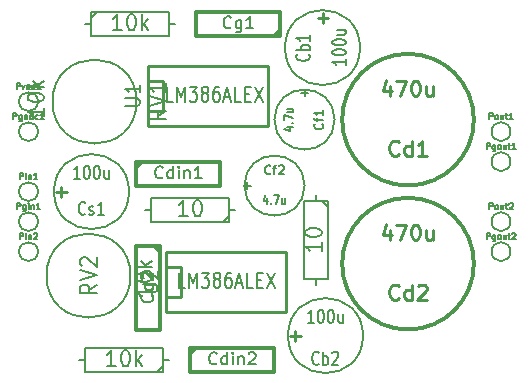
<source format=gto>
G04 (created by PCBNEW (2013-may-18)-stable) date Wed 23 Dec 2015 08:07:30 PM EST*
%MOIN*%
G04 Gerber Fmt 3.4, Leading zero omitted, Abs format*
%FSLAX34Y34*%
G01*
G70*
G90*
G04 APERTURE LIST*
%ADD10C,0.00590551*%
%ADD11C,0.008*%
%ADD12C,0.012*%
%ADD13C,0.01*%
%ADD14C,0.005*%
%ADD15C,0.01125*%
%ADD16C,0.0075*%
G04 APERTURE END LIST*
G54D10*
G54D11*
X51650Y-41537D02*
X51450Y-41537D01*
X48650Y-41537D02*
X48850Y-41537D01*
X48850Y-41537D02*
X48850Y-41937D01*
X48850Y-41937D02*
X51450Y-41937D01*
X51450Y-41937D02*
X51450Y-41137D01*
X51450Y-41137D02*
X48850Y-41137D01*
X48850Y-41137D02*
X48850Y-41537D01*
X51450Y-41737D02*
X51250Y-41937D01*
X46650Y-35337D02*
X46850Y-35337D01*
X49650Y-35337D02*
X49450Y-35337D01*
X49450Y-35337D02*
X49450Y-34937D01*
X49450Y-34937D02*
X46850Y-34937D01*
X46850Y-34937D02*
X46850Y-35737D01*
X46850Y-35737D02*
X49450Y-35737D01*
X49450Y-35737D02*
X49450Y-35337D01*
X46850Y-35137D02*
X47050Y-34937D01*
X49450Y-46537D02*
X49250Y-46537D01*
X46450Y-46537D02*
X46650Y-46537D01*
X46650Y-46537D02*
X46650Y-46937D01*
X46650Y-46937D02*
X49250Y-46937D01*
X49250Y-46937D02*
X49250Y-46137D01*
X49250Y-46137D02*
X46650Y-46137D01*
X46650Y-46137D02*
X46650Y-46537D01*
X49250Y-46737D02*
X49050Y-46937D01*
X54350Y-41037D02*
X54350Y-41237D01*
X54350Y-44037D02*
X54350Y-43837D01*
X54350Y-43837D02*
X54750Y-43837D01*
X54750Y-43837D02*
X54750Y-41237D01*
X54750Y-41237D02*
X53950Y-41237D01*
X53950Y-41237D02*
X53950Y-43837D01*
X53950Y-43837D02*
X54350Y-43837D01*
X54550Y-41237D02*
X54750Y-41437D01*
G54D12*
X49150Y-42737D02*
X49150Y-45537D01*
X49150Y-45537D02*
X48350Y-45537D01*
X48350Y-45537D02*
X48350Y-42737D01*
X48350Y-42737D02*
X49150Y-42737D01*
X48950Y-42737D02*
X49150Y-42937D01*
X53150Y-35737D02*
X50350Y-35737D01*
X50350Y-35737D02*
X50350Y-34937D01*
X50350Y-34937D02*
X53150Y-34937D01*
X53150Y-34937D02*
X53150Y-35737D01*
X53150Y-35537D02*
X52950Y-35737D01*
G54D13*
X48750Y-37237D02*
X49250Y-37237D01*
X49250Y-37237D02*
X49250Y-38237D01*
X49250Y-38237D02*
X48750Y-38237D01*
X48750Y-36737D02*
X52750Y-36737D01*
X52750Y-36737D02*
X52750Y-38737D01*
X52750Y-38737D02*
X48750Y-38737D01*
X48750Y-38737D02*
X48750Y-36737D01*
X49350Y-43437D02*
X49850Y-43437D01*
X49850Y-43437D02*
X49850Y-44437D01*
X49850Y-44437D02*
X49350Y-44437D01*
X49350Y-42937D02*
X53350Y-42937D01*
X53350Y-42937D02*
X53350Y-44937D01*
X53350Y-44937D02*
X49350Y-44937D01*
X49350Y-44937D02*
X49350Y-42937D01*
G54D12*
X59595Y-43337D02*
G75*
G03X59595Y-43337I-2195J0D01*
G74*
G01*
X59595Y-38537D02*
G75*
G03X59595Y-38537I-2195J0D01*
G74*
G01*
G54D14*
X48100Y-40937D02*
G75*
G03X48100Y-40937I-1250J0D01*
G74*
G01*
G54D11*
X48350Y-37937D02*
G75*
G03X48350Y-37937I-1400J0D01*
G74*
G01*
X48150Y-43737D02*
G75*
G03X48150Y-43737I-1400J0D01*
G74*
G01*
G54D12*
X48350Y-39937D02*
X51150Y-39937D01*
X51150Y-39937D02*
X51150Y-40737D01*
X51150Y-40737D02*
X48350Y-40737D01*
X48350Y-40737D02*
X48350Y-39937D01*
X48350Y-40137D02*
X48550Y-39937D01*
X50150Y-46137D02*
X52950Y-46137D01*
X52950Y-46137D02*
X52950Y-46937D01*
X52950Y-46937D02*
X50150Y-46937D01*
X50150Y-46937D02*
X50150Y-46137D01*
X50150Y-46337D02*
X50350Y-46137D01*
G54D14*
X53951Y-40737D02*
G75*
G03X53951Y-40737I-1001J0D01*
G74*
G01*
X54951Y-38537D02*
G75*
G03X54951Y-38537I-1001J0D01*
G74*
G01*
X55900Y-45737D02*
G75*
G03X55900Y-45737I-1250J0D01*
G74*
G01*
X55800Y-36137D02*
G75*
G03X55800Y-36137I-1250J0D01*
G74*
G01*
X60816Y-38937D02*
G75*
G03X60816Y-38937I-316J0D01*
G74*
G01*
X45066Y-40937D02*
G75*
G03X45066Y-40937I-316J0D01*
G74*
G01*
X45066Y-42937D02*
G75*
G03X45066Y-42937I-316J0D01*
G74*
G01*
X60816Y-41937D02*
G75*
G03X60816Y-41937I-316J0D01*
G74*
G01*
X60816Y-42937D02*
G75*
G03X60816Y-42937I-316J0D01*
G74*
G01*
X45066Y-37937D02*
G75*
G03X45066Y-37937I-316J0D01*
G74*
G01*
X45066Y-41937D02*
G75*
G03X45066Y-41937I-316J0D01*
G74*
G01*
X60816Y-39937D02*
G75*
G03X60816Y-39937I-316J0D01*
G74*
G01*
X45066Y-38937D02*
G75*
G03X45066Y-38937I-316J0D01*
G74*
G01*
G54D11*
X50054Y-41760D02*
X49769Y-41760D01*
X49911Y-41760D02*
X49911Y-41210D01*
X49864Y-41288D01*
X49816Y-41341D01*
X49769Y-41367D01*
X50364Y-41210D02*
X50411Y-41210D01*
X50459Y-41236D01*
X50483Y-41262D01*
X50507Y-41314D01*
X50530Y-41419D01*
X50530Y-41550D01*
X50507Y-41655D01*
X50483Y-41707D01*
X50459Y-41733D01*
X50411Y-41760D01*
X50364Y-41760D01*
X50316Y-41733D01*
X50292Y-41707D01*
X50269Y-41655D01*
X50245Y-41550D01*
X50245Y-41419D01*
X50269Y-41314D01*
X50292Y-41262D01*
X50316Y-41236D01*
X50364Y-41210D01*
X47852Y-35560D02*
X47566Y-35560D01*
X47709Y-35560D02*
X47709Y-35010D01*
X47661Y-35088D01*
X47614Y-35141D01*
X47566Y-35167D01*
X48161Y-35010D02*
X48209Y-35010D01*
X48257Y-35036D01*
X48280Y-35062D01*
X48304Y-35114D01*
X48328Y-35219D01*
X48328Y-35350D01*
X48304Y-35455D01*
X48280Y-35507D01*
X48257Y-35533D01*
X48209Y-35560D01*
X48161Y-35560D01*
X48114Y-35533D01*
X48090Y-35507D01*
X48066Y-35455D01*
X48042Y-35350D01*
X48042Y-35219D01*
X48066Y-35114D01*
X48090Y-35062D01*
X48114Y-35036D01*
X48161Y-35010D01*
X48542Y-35560D02*
X48542Y-35010D01*
X48590Y-35350D02*
X48733Y-35560D01*
X48733Y-35193D02*
X48542Y-35402D01*
X47652Y-46760D02*
X47366Y-46760D01*
X47509Y-46760D02*
X47509Y-46210D01*
X47461Y-46288D01*
X47414Y-46341D01*
X47366Y-46367D01*
X47961Y-46210D02*
X48009Y-46210D01*
X48057Y-46236D01*
X48080Y-46262D01*
X48104Y-46314D01*
X48128Y-46419D01*
X48128Y-46550D01*
X48104Y-46655D01*
X48080Y-46707D01*
X48057Y-46733D01*
X48009Y-46760D01*
X47961Y-46760D01*
X47914Y-46733D01*
X47890Y-46707D01*
X47866Y-46655D01*
X47842Y-46550D01*
X47842Y-46419D01*
X47866Y-46314D01*
X47890Y-46262D01*
X47914Y-46236D01*
X47961Y-46210D01*
X48342Y-46760D02*
X48342Y-46210D01*
X48390Y-46550D02*
X48533Y-46760D01*
X48533Y-46393D02*
X48342Y-46602D01*
X54522Y-42632D02*
X54522Y-42918D01*
X54522Y-42775D02*
X53972Y-42775D01*
X54051Y-42823D01*
X54103Y-42870D01*
X54129Y-42918D01*
X53972Y-42323D02*
X53972Y-42275D01*
X53998Y-42227D01*
X54025Y-42204D01*
X54077Y-42180D01*
X54182Y-42156D01*
X54313Y-42156D01*
X54417Y-42180D01*
X54470Y-42204D01*
X54496Y-42227D01*
X54522Y-42275D01*
X54522Y-42323D01*
X54496Y-42370D01*
X54470Y-42394D01*
X54417Y-42418D01*
X54313Y-42442D01*
X54182Y-42442D01*
X54077Y-42418D01*
X54025Y-42394D01*
X53998Y-42370D01*
X53972Y-42323D01*
X48873Y-44385D02*
X48892Y-44404D01*
X48911Y-44461D01*
X48911Y-44499D01*
X48892Y-44556D01*
X48854Y-44594D01*
X48816Y-44613D01*
X48740Y-44632D01*
X48683Y-44632D01*
X48607Y-44613D01*
X48569Y-44594D01*
X48530Y-44556D01*
X48511Y-44499D01*
X48511Y-44461D01*
X48530Y-44404D01*
X48550Y-44385D01*
X48645Y-44042D02*
X48969Y-44042D01*
X49007Y-44061D01*
X49026Y-44080D01*
X49045Y-44118D01*
X49045Y-44175D01*
X49026Y-44213D01*
X48892Y-44042D02*
X48911Y-44080D01*
X48911Y-44156D01*
X48892Y-44194D01*
X48873Y-44213D01*
X48835Y-44232D01*
X48721Y-44232D01*
X48683Y-44213D01*
X48664Y-44194D01*
X48645Y-44156D01*
X48645Y-44080D01*
X48664Y-44042D01*
X48550Y-43870D02*
X48530Y-43851D01*
X48511Y-43813D01*
X48511Y-43718D01*
X48530Y-43680D01*
X48550Y-43661D01*
X48588Y-43642D01*
X48626Y-43642D01*
X48683Y-43661D01*
X48911Y-43889D01*
X48911Y-43642D01*
X51502Y-35461D02*
X51483Y-35480D01*
X51426Y-35499D01*
X51388Y-35499D01*
X51330Y-35480D01*
X51292Y-35442D01*
X51273Y-35404D01*
X51254Y-35327D01*
X51254Y-35270D01*
X51273Y-35194D01*
X51292Y-35156D01*
X51330Y-35118D01*
X51388Y-35099D01*
X51426Y-35099D01*
X51483Y-35118D01*
X51502Y-35137D01*
X51845Y-35232D02*
X51845Y-35556D01*
X51826Y-35594D01*
X51807Y-35613D01*
X51769Y-35632D01*
X51711Y-35632D01*
X51673Y-35613D01*
X51845Y-35480D02*
X51807Y-35499D01*
X51730Y-35499D01*
X51692Y-35480D01*
X51673Y-35461D01*
X51654Y-35423D01*
X51654Y-35308D01*
X51673Y-35270D01*
X51692Y-35251D01*
X51730Y-35232D01*
X51807Y-35232D01*
X51845Y-35251D01*
X52245Y-35499D02*
X52016Y-35499D01*
X52130Y-35499D02*
X52130Y-35099D01*
X52092Y-35156D01*
X52054Y-35194D01*
X52016Y-35213D01*
X47952Y-38080D02*
X48357Y-38080D01*
X48404Y-38058D01*
X48428Y-38037D01*
X48452Y-37994D01*
X48452Y-37908D01*
X48428Y-37866D01*
X48404Y-37844D01*
X48357Y-37823D01*
X47952Y-37823D01*
X48452Y-37373D02*
X48452Y-37630D01*
X48452Y-37501D02*
X47952Y-37501D01*
X48023Y-37544D01*
X48071Y-37587D01*
X48095Y-37630D01*
X49569Y-37939D02*
X49378Y-37939D01*
X49378Y-37439D01*
X49702Y-37939D02*
X49702Y-37439D01*
X49835Y-37797D01*
X49969Y-37439D01*
X49969Y-37939D01*
X50121Y-37439D02*
X50369Y-37439D01*
X50235Y-37630D01*
X50292Y-37630D01*
X50330Y-37654D01*
X50350Y-37677D01*
X50369Y-37725D01*
X50369Y-37844D01*
X50350Y-37892D01*
X50330Y-37916D01*
X50292Y-37939D01*
X50178Y-37939D01*
X50140Y-37916D01*
X50121Y-37892D01*
X50597Y-37654D02*
X50559Y-37630D01*
X50540Y-37606D01*
X50521Y-37558D01*
X50521Y-37535D01*
X50540Y-37487D01*
X50559Y-37463D01*
X50597Y-37439D01*
X50673Y-37439D01*
X50711Y-37463D01*
X50730Y-37487D01*
X50750Y-37535D01*
X50750Y-37558D01*
X50730Y-37606D01*
X50711Y-37630D01*
X50673Y-37654D01*
X50597Y-37654D01*
X50559Y-37677D01*
X50540Y-37701D01*
X50521Y-37749D01*
X50521Y-37844D01*
X50540Y-37892D01*
X50559Y-37916D01*
X50597Y-37939D01*
X50673Y-37939D01*
X50711Y-37916D01*
X50730Y-37892D01*
X50750Y-37844D01*
X50750Y-37749D01*
X50730Y-37701D01*
X50711Y-37677D01*
X50673Y-37654D01*
X51092Y-37439D02*
X51016Y-37439D01*
X50978Y-37463D01*
X50959Y-37487D01*
X50921Y-37558D01*
X50902Y-37654D01*
X50902Y-37844D01*
X50921Y-37892D01*
X50940Y-37916D01*
X50978Y-37939D01*
X51054Y-37939D01*
X51092Y-37916D01*
X51111Y-37892D01*
X51130Y-37844D01*
X51130Y-37725D01*
X51111Y-37677D01*
X51092Y-37654D01*
X51054Y-37630D01*
X50978Y-37630D01*
X50940Y-37654D01*
X50921Y-37677D01*
X50902Y-37725D01*
X51283Y-37797D02*
X51473Y-37797D01*
X51245Y-37939D02*
X51378Y-37439D01*
X51511Y-37939D01*
X51835Y-37939D02*
X51645Y-37939D01*
X51645Y-37439D01*
X51969Y-37677D02*
X52102Y-37677D01*
X52159Y-37939D02*
X51969Y-37939D01*
X51969Y-37439D01*
X52159Y-37439D01*
X52292Y-37439D02*
X52559Y-37939D01*
X52559Y-37439D02*
X52292Y-37939D01*
X48552Y-44280D02*
X48957Y-44280D01*
X49004Y-44258D01*
X49028Y-44237D01*
X49052Y-44194D01*
X49052Y-44108D01*
X49028Y-44066D01*
X49004Y-44044D01*
X48957Y-44023D01*
X48552Y-44023D01*
X48600Y-43830D02*
X48576Y-43808D01*
X48552Y-43766D01*
X48552Y-43658D01*
X48576Y-43616D01*
X48600Y-43594D01*
X48647Y-43573D01*
X48695Y-43573D01*
X48766Y-43594D01*
X49052Y-43851D01*
X49052Y-43573D01*
X49969Y-44139D02*
X49778Y-44139D01*
X49778Y-43639D01*
X50102Y-44139D02*
X50102Y-43639D01*
X50235Y-43997D01*
X50369Y-43639D01*
X50369Y-44139D01*
X50521Y-43639D02*
X50769Y-43639D01*
X50635Y-43830D01*
X50692Y-43830D01*
X50730Y-43854D01*
X50750Y-43877D01*
X50769Y-43925D01*
X50769Y-44044D01*
X50750Y-44092D01*
X50730Y-44116D01*
X50692Y-44139D01*
X50578Y-44139D01*
X50540Y-44116D01*
X50521Y-44092D01*
X50997Y-43854D02*
X50959Y-43830D01*
X50940Y-43806D01*
X50921Y-43758D01*
X50921Y-43735D01*
X50940Y-43687D01*
X50959Y-43663D01*
X50997Y-43639D01*
X51073Y-43639D01*
X51111Y-43663D01*
X51130Y-43687D01*
X51150Y-43735D01*
X51150Y-43758D01*
X51130Y-43806D01*
X51111Y-43830D01*
X51073Y-43854D01*
X50997Y-43854D01*
X50959Y-43877D01*
X50940Y-43901D01*
X50921Y-43949D01*
X50921Y-44044D01*
X50940Y-44092D01*
X50959Y-44116D01*
X50997Y-44139D01*
X51073Y-44139D01*
X51111Y-44116D01*
X51130Y-44092D01*
X51150Y-44044D01*
X51150Y-43949D01*
X51130Y-43901D01*
X51111Y-43877D01*
X51073Y-43854D01*
X51492Y-43639D02*
X51416Y-43639D01*
X51378Y-43663D01*
X51359Y-43687D01*
X51321Y-43758D01*
X51302Y-43854D01*
X51302Y-44044D01*
X51321Y-44092D01*
X51340Y-44116D01*
X51378Y-44139D01*
X51454Y-44139D01*
X51492Y-44116D01*
X51511Y-44092D01*
X51530Y-44044D01*
X51530Y-43925D01*
X51511Y-43877D01*
X51492Y-43854D01*
X51454Y-43830D01*
X51378Y-43830D01*
X51340Y-43854D01*
X51321Y-43877D01*
X51302Y-43925D01*
X51683Y-43997D02*
X51873Y-43997D01*
X51645Y-44139D02*
X51778Y-43639D01*
X51911Y-44139D01*
X52235Y-44139D02*
X52045Y-44139D01*
X52045Y-43639D01*
X52369Y-43877D02*
X52502Y-43877D01*
X52559Y-44139D02*
X52369Y-44139D01*
X52369Y-43639D01*
X52559Y-43639D01*
X52692Y-43639D02*
X52959Y-44139D01*
X52959Y-43639D02*
X52692Y-44139D01*
G54D13*
X57090Y-44492D02*
X57066Y-44516D01*
X56995Y-44539D01*
X56947Y-44539D01*
X56876Y-44516D01*
X56828Y-44468D01*
X56804Y-44420D01*
X56780Y-44325D01*
X56780Y-44254D01*
X56804Y-44158D01*
X56828Y-44111D01*
X56876Y-44063D01*
X56947Y-44039D01*
X56995Y-44039D01*
X57066Y-44063D01*
X57090Y-44087D01*
X57519Y-44539D02*
X57519Y-44039D01*
X57519Y-44516D02*
X57471Y-44539D01*
X57376Y-44539D01*
X57328Y-44516D01*
X57304Y-44492D01*
X57280Y-44444D01*
X57280Y-44301D01*
X57304Y-44254D01*
X57328Y-44230D01*
X57376Y-44206D01*
X57471Y-44206D01*
X57519Y-44230D01*
X57733Y-44087D02*
X57757Y-44063D01*
X57804Y-44039D01*
X57923Y-44039D01*
X57971Y-44063D01*
X57995Y-44087D01*
X58019Y-44135D01*
X58019Y-44182D01*
X57995Y-44254D01*
X57709Y-44539D01*
X58019Y-44539D01*
X56792Y-42206D02*
X56792Y-42539D01*
X56673Y-42016D02*
X56554Y-42373D01*
X56864Y-42373D01*
X57007Y-42039D02*
X57340Y-42039D01*
X57126Y-42539D01*
X57626Y-42039D02*
X57673Y-42039D01*
X57721Y-42063D01*
X57745Y-42087D01*
X57769Y-42135D01*
X57792Y-42230D01*
X57792Y-42349D01*
X57769Y-42444D01*
X57745Y-42492D01*
X57721Y-42516D01*
X57673Y-42539D01*
X57626Y-42539D01*
X57578Y-42516D01*
X57554Y-42492D01*
X57530Y-42444D01*
X57507Y-42349D01*
X57507Y-42230D01*
X57530Y-42135D01*
X57554Y-42087D01*
X57578Y-42063D01*
X57626Y-42039D01*
X58221Y-42206D02*
X58221Y-42539D01*
X58007Y-42206D02*
X58007Y-42468D01*
X58030Y-42516D01*
X58078Y-42539D01*
X58150Y-42539D01*
X58197Y-42516D01*
X58221Y-42492D01*
X57090Y-39692D02*
X57066Y-39716D01*
X56995Y-39739D01*
X56947Y-39739D01*
X56876Y-39716D01*
X56828Y-39668D01*
X56804Y-39620D01*
X56780Y-39525D01*
X56780Y-39454D01*
X56804Y-39358D01*
X56828Y-39311D01*
X56876Y-39263D01*
X56947Y-39239D01*
X56995Y-39239D01*
X57066Y-39263D01*
X57090Y-39287D01*
X57519Y-39739D02*
X57519Y-39239D01*
X57519Y-39716D02*
X57471Y-39739D01*
X57376Y-39739D01*
X57328Y-39716D01*
X57304Y-39692D01*
X57280Y-39644D01*
X57280Y-39501D01*
X57304Y-39454D01*
X57328Y-39430D01*
X57376Y-39406D01*
X57471Y-39406D01*
X57519Y-39430D01*
X58019Y-39739D02*
X57733Y-39739D01*
X57876Y-39739D02*
X57876Y-39239D01*
X57828Y-39311D01*
X57780Y-39358D01*
X57733Y-39382D01*
X56792Y-37406D02*
X56792Y-37739D01*
X56673Y-37216D02*
X56554Y-37573D01*
X56864Y-37573D01*
X57007Y-37239D02*
X57340Y-37239D01*
X57126Y-37739D01*
X57626Y-37239D02*
X57673Y-37239D01*
X57721Y-37263D01*
X57745Y-37287D01*
X57769Y-37335D01*
X57792Y-37430D01*
X57792Y-37549D01*
X57769Y-37644D01*
X57745Y-37692D01*
X57721Y-37716D01*
X57673Y-37739D01*
X57626Y-37739D01*
X57578Y-37716D01*
X57554Y-37692D01*
X57530Y-37644D01*
X57507Y-37549D01*
X57507Y-37430D01*
X57530Y-37335D01*
X57554Y-37287D01*
X57578Y-37263D01*
X57626Y-37239D01*
X58221Y-37406D02*
X58221Y-37739D01*
X58007Y-37406D02*
X58007Y-37668D01*
X58030Y-37716D01*
X58078Y-37739D01*
X58150Y-37739D01*
X58197Y-37716D01*
X58221Y-37692D01*
G54D11*
X46650Y-41676D02*
X46633Y-41698D01*
X46583Y-41719D01*
X46550Y-41719D01*
X46500Y-41698D01*
X46466Y-41655D01*
X46450Y-41612D01*
X46433Y-41526D01*
X46433Y-41462D01*
X46450Y-41376D01*
X46466Y-41333D01*
X46500Y-41291D01*
X46550Y-41269D01*
X46583Y-41269D01*
X46633Y-41291D01*
X46650Y-41312D01*
X46783Y-41698D02*
X46816Y-41719D01*
X46883Y-41719D01*
X46916Y-41698D01*
X46933Y-41655D01*
X46933Y-41633D01*
X46916Y-41591D01*
X46883Y-41569D01*
X46833Y-41569D01*
X46800Y-41548D01*
X46783Y-41505D01*
X46783Y-41483D01*
X46800Y-41441D01*
X46833Y-41419D01*
X46883Y-41419D01*
X46916Y-41441D01*
X47266Y-41719D02*
X47066Y-41719D01*
X47166Y-41719D02*
X47166Y-41269D01*
X47133Y-41333D01*
X47100Y-41376D01*
X47066Y-41398D01*
X46458Y-40519D02*
X46258Y-40519D01*
X46358Y-40519D02*
X46358Y-40069D01*
X46325Y-40133D01*
X46291Y-40176D01*
X46258Y-40198D01*
X46675Y-40069D02*
X46708Y-40069D01*
X46741Y-40091D01*
X46758Y-40112D01*
X46775Y-40155D01*
X46791Y-40241D01*
X46791Y-40348D01*
X46775Y-40433D01*
X46758Y-40476D01*
X46741Y-40498D01*
X46708Y-40519D01*
X46675Y-40519D01*
X46641Y-40498D01*
X46625Y-40476D01*
X46608Y-40433D01*
X46591Y-40348D01*
X46591Y-40241D01*
X46608Y-40155D01*
X46625Y-40112D01*
X46641Y-40091D01*
X46675Y-40069D01*
X47008Y-40069D02*
X47041Y-40069D01*
X47075Y-40091D01*
X47091Y-40112D01*
X47108Y-40155D01*
X47125Y-40241D01*
X47125Y-40348D01*
X47108Y-40433D01*
X47091Y-40476D01*
X47075Y-40498D01*
X47041Y-40519D01*
X47008Y-40519D01*
X46975Y-40498D01*
X46958Y-40476D01*
X46941Y-40433D01*
X46925Y-40348D01*
X46925Y-40241D01*
X46941Y-40155D01*
X46958Y-40112D01*
X46975Y-40091D01*
X47008Y-40069D01*
X47425Y-40219D02*
X47425Y-40519D01*
X47275Y-40219D02*
X47275Y-40455D01*
X47291Y-40498D01*
X47325Y-40519D01*
X47375Y-40519D01*
X47408Y-40498D01*
X47425Y-40476D01*
G54D15*
X45678Y-40948D02*
X46021Y-40948D01*
X45850Y-41119D02*
X45850Y-40776D01*
G54D12*
G54D11*
X49322Y-38235D02*
X49060Y-38401D01*
X49322Y-38520D02*
X48772Y-38520D01*
X48772Y-38330D01*
X48798Y-38282D01*
X48825Y-38258D01*
X48877Y-38235D01*
X48955Y-38235D01*
X49008Y-38258D01*
X49034Y-38282D01*
X49060Y-38330D01*
X49060Y-38520D01*
X48772Y-38092D02*
X49322Y-37925D01*
X48772Y-37758D01*
X49322Y-37330D02*
X49322Y-37616D01*
X49322Y-37473D02*
X48772Y-37473D01*
X48851Y-37520D01*
X48903Y-37568D01*
X48929Y-37616D01*
X45272Y-38135D02*
X45272Y-38420D01*
X45272Y-38277D02*
X44722Y-38277D01*
X44801Y-38325D01*
X44853Y-38373D01*
X44879Y-38420D01*
X44722Y-37825D02*
X44722Y-37777D01*
X44748Y-37730D01*
X44775Y-37706D01*
X44827Y-37682D01*
X44932Y-37658D01*
X45063Y-37658D01*
X45167Y-37682D01*
X45220Y-37706D01*
X45246Y-37730D01*
X45272Y-37777D01*
X45272Y-37825D01*
X45246Y-37873D01*
X45220Y-37897D01*
X45167Y-37920D01*
X45063Y-37944D01*
X44932Y-37944D01*
X44827Y-37920D01*
X44775Y-37897D01*
X44748Y-37873D01*
X44722Y-37825D01*
X45272Y-37444D02*
X44722Y-37444D01*
X45063Y-37397D02*
X45272Y-37254D01*
X44905Y-37254D02*
X45115Y-37444D01*
X47022Y-44035D02*
X46760Y-44201D01*
X47022Y-44320D02*
X46472Y-44320D01*
X46472Y-44130D01*
X46498Y-44082D01*
X46525Y-44058D01*
X46577Y-44035D01*
X46655Y-44035D01*
X46708Y-44058D01*
X46734Y-44082D01*
X46760Y-44130D01*
X46760Y-44320D01*
X46472Y-43892D02*
X47022Y-43725D01*
X46472Y-43558D01*
X46525Y-43416D02*
X46498Y-43392D01*
X46472Y-43344D01*
X46472Y-43225D01*
X46498Y-43177D01*
X46525Y-43154D01*
X46577Y-43130D01*
X46629Y-43130D01*
X46708Y-43154D01*
X47022Y-43439D01*
X47022Y-43130D01*
X48872Y-44135D02*
X48872Y-44420D01*
X48872Y-44277D02*
X48322Y-44277D01*
X48401Y-44325D01*
X48453Y-44373D01*
X48479Y-44420D01*
X48322Y-43825D02*
X48322Y-43777D01*
X48348Y-43730D01*
X48375Y-43706D01*
X48427Y-43682D01*
X48532Y-43658D01*
X48663Y-43658D01*
X48767Y-43682D01*
X48820Y-43706D01*
X48846Y-43730D01*
X48872Y-43777D01*
X48872Y-43825D01*
X48846Y-43873D01*
X48820Y-43897D01*
X48767Y-43920D01*
X48663Y-43944D01*
X48532Y-43944D01*
X48427Y-43920D01*
X48375Y-43897D01*
X48348Y-43873D01*
X48322Y-43825D01*
X48872Y-43444D02*
X48322Y-43444D01*
X48663Y-43397D02*
X48872Y-43254D01*
X48505Y-43254D02*
X48715Y-43444D01*
X49226Y-40461D02*
X49207Y-40480D01*
X49150Y-40499D01*
X49111Y-40499D01*
X49054Y-40480D01*
X49016Y-40442D01*
X48997Y-40404D01*
X48978Y-40327D01*
X48978Y-40270D01*
X48997Y-40194D01*
X49016Y-40156D01*
X49054Y-40118D01*
X49111Y-40099D01*
X49150Y-40099D01*
X49207Y-40118D01*
X49226Y-40137D01*
X49569Y-40499D02*
X49569Y-40099D01*
X49569Y-40480D02*
X49530Y-40499D01*
X49454Y-40499D01*
X49416Y-40480D01*
X49397Y-40461D01*
X49378Y-40423D01*
X49378Y-40308D01*
X49397Y-40270D01*
X49416Y-40251D01*
X49454Y-40232D01*
X49530Y-40232D01*
X49569Y-40251D01*
X49759Y-40499D02*
X49759Y-40232D01*
X49759Y-40099D02*
X49740Y-40118D01*
X49759Y-40137D01*
X49778Y-40118D01*
X49759Y-40099D01*
X49759Y-40137D01*
X49950Y-40232D02*
X49950Y-40499D01*
X49950Y-40270D02*
X49969Y-40251D01*
X50007Y-40232D01*
X50064Y-40232D01*
X50102Y-40251D01*
X50121Y-40289D01*
X50121Y-40499D01*
X50521Y-40499D02*
X50292Y-40499D01*
X50407Y-40499D02*
X50407Y-40099D01*
X50369Y-40156D01*
X50330Y-40194D01*
X50292Y-40213D01*
X51026Y-46661D02*
X51007Y-46680D01*
X50950Y-46699D01*
X50911Y-46699D01*
X50854Y-46680D01*
X50816Y-46642D01*
X50797Y-46604D01*
X50778Y-46527D01*
X50778Y-46470D01*
X50797Y-46394D01*
X50816Y-46356D01*
X50854Y-46318D01*
X50911Y-46299D01*
X50950Y-46299D01*
X51007Y-46318D01*
X51026Y-46337D01*
X51369Y-46699D02*
X51369Y-46299D01*
X51369Y-46680D02*
X51330Y-46699D01*
X51254Y-46699D01*
X51216Y-46680D01*
X51197Y-46661D01*
X51178Y-46623D01*
X51178Y-46508D01*
X51197Y-46470D01*
X51216Y-46451D01*
X51254Y-46432D01*
X51330Y-46432D01*
X51369Y-46451D01*
X51559Y-46699D02*
X51559Y-46432D01*
X51559Y-46299D02*
X51540Y-46318D01*
X51559Y-46337D01*
X51578Y-46318D01*
X51559Y-46299D01*
X51559Y-46337D01*
X51750Y-46432D02*
X51750Y-46699D01*
X51750Y-46470D02*
X51769Y-46451D01*
X51807Y-46432D01*
X51864Y-46432D01*
X51902Y-46451D01*
X51921Y-46489D01*
X51921Y-46699D01*
X52092Y-46337D02*
X52111Y-46318D01*
X52150Y-46299D01*
X52245Y-46299D01*
X52283Y-46318D01*
X52302Y-46337D01*
X52321Y-46375D01*
X52321Y-46413D01*
X52302Y-46470D01*
X52073Y-46699D01*
X52321Y-46699D01*
G54D14*
X52814Y-40331D02*
X52800Y-40345D01*
X52757Y-40359D01*
X52728Y-40359D01*
X52685Y-40345D01*
X52657Y-40317D01*
X52642Y-40288D01*
X52628Y-40231D01*
X52628Y-40188D01*
X52642Y-40131D01*
X52657Y-40102D01*
X52685Y-40074D01*
X52728Y-40059D01*
X52757Y-40059D01*
X52800Y-40074D01*
X52814Y-40088D01*
X52900Y-40159D02*
X53014Y-40159D01*
X52942Y-40359D02*
X52942Y-40102D01*
X52957Y-40074D01*
X52985Y-40059D01*
X53014Y-40059D01*
X53100Y-40088D02*
X53114Y-40074D01*
X53142Y-40059D01*
X53214Y-40059D01*
X53242Y-40074D01*
X53257Y-40088D01*
X53271Y-40117D01*
X53271Y-40145D01*
X53257Y-40188D01*
X53085Y-40359D01*
X53271Y-40359D01*
X52705Y-41158D02*
X52705Y-41358D01*
X52646Y-41044D02*
X52586Y-41258D01*
X52741Y-41258D01*
X52836Y-41330D02*
X52848Y-41344D01*
X52836Y-41358D01*
X52825Y-41344D01*
X52836Y-41330D01*
X52836Y-41358D01*
X52932Y-41058D02*
X53098Y-41058D01*
X52991Y-41358D01*
X53301Y-41158D02*
X53301Y-41358D01*
X53194Y-41158D02*
X53194Y-41316D01*
X53205Y-41344D01*
X53229Y-41358D01*
X53265Y-41358D01*
X53289Y-41344D01*
X53301Y-41330D01*
G54D16*
X51935Y-40744D02*
X52164Y-40744D01*
X52050Y-40858D02*
X52050Y-40630D01*
G54D11*
G54D14*
X54541Y-38673D02*
X54556Y-38687D01*
X54570Y-38730D01*
X54570Y-38758D01*
X54556Y-38801D01*
X54527Y-38830D01*
X54499Y-38844D01*
X54441Y-38858D01*
X54399Y-38858D01*
X54341Y-38844D01*
X54313Y-38830D01*
X54284Y-38801D01*
X54270Y-38758D01*
X54270Y-38730D01*
X54284Y-38687D01*
X54299Y-38673D01*
X54370Y-38587D02*
X54370Y-38473D01*
X54570Y-38544D02*
X54313Y-38544D01*
X54284Y-38530D01*
X54270Y-38501D01*
X54270Y-38473D01*
X54570Y-38216D02*
X54570Y-38387D01*
X54570Y-38301D02*
X54270Y-38301D01*
X54313Y-38330D01*
X54341Y-38358D01*
X54356Y-38387D01*
X53371Y-38781D02*
X53571Y-38781D01*
X53257Y-38841D02*
X53471Y-38900D01*
X53471Y-38745D01*
X53542Y-38650D02*
X53557Y-38638D01*
X53571Y-38650D01*
X53557Y-38662D01*
X53542Y-38650D01*
X53571Y-38650D01*
X53271Y-38555D02*
X53271Y-38388D01*
X53571Y-38495D01*
X53371Y-38186D02*
X53571Y-38186D01*
X53371Y-38293D02*
X53528Y-38293D01*
X53557Y-38281D01*
X53571Y-38257D01*
X53571Y-38222D01*
X53557Y-38198D01*
X53542Y-38186D01*
G54D16*
X53957Y-37751D02*
X53957Y-37523D01*
X54071Y-37637D02*
X53842Y-37637D01*
G54D11*
X54433Y-46676D02*
X54416Y-46698D01*
X54366Y-46719D01*
X54333Y-46719D01*
X54283Y-46698D01*
X54250Y-46655D01*
X54233Y-46612D01*
X54216Y-46526D01*
X54216Y-46462D01*
X54233Y-46376D01*
X54250Y-46333D01*
X54283Y-46291D01*
X54333Y-46269D01*
X54366Y-46269D01*
X54416Y-46291D01*
X54433Y-46312D01*
X54583Y-46719D02*
X54583Y-46269D01*
X54583Y-46441D02*
X54616Y-46419D01*
X54683Y-46419D01*
X54716Y-46441D01*
X54733Y-46462D01*
X54750Y-46505D01*
X54750Y-46633D01*
X54733Y-46676D01*
X54716Y-46698D01*
X54683Y-46719D01*
X54616Y-46719D01*
X54583Y-46698D01*
X54883Y-46312D02*
X54900Y-46291D01*
X54933Y-46269D01*
X55016Y-46269D01*
X55050Y-46291D01*
X55066Y-46312D01*
X55083Y-46355D01*
X55083Y-46398D01*
X55066Y-46462D01*
X54866Y-46719D01*
X55083Y-46719D01*
X54258Y-45319D02*
X54058Y-45319D01*
X54158Y-45319D02*
X54158Y-44869D01*
X54125Y-44933D01*
X54091Y-44976D01*
X54058Y-44998D01*
X54475Y-44869D02*
X54508Y-44869D01*
X54541Y-44891D01*
X54558Y-44912D01*
X54575Y-44955D01*
X54591Y-45041D01*
X54591Y-45148D01*
X54575Y-45233D01*
X54558Y-45276D01*
X54541Y-45298D01*
X54508Y-45319D01*
X54475Y-45319D01*
X54441Y-45298D01*
X54425Y-45276D01*
X54408Y-45233D01*
X54391Y-45148D01*
X54391Y-45041D01*
X54408Y-44955D01*
X54425Y-44912D01*
X54441Y-44891D01*
X54475Y-44869D01*
X54808Y-44869D02*
X54841Y-44869D01*
X54875Y-44891D01*
X54891Y-44912D01*
X54908Y-44955D01*
X54925Y-45041D01*
X54925Y-45148D01*
X54908Y-45233D01*
X54891Y-45276D01*
X54875Y-45298D01*
X54841Y-45319D01*
X54808Y-45319D01*
X54775Y-45298D01*
X54758Y-45276D01*
X54741Y-45233D01*
X54725Y-45148D01*
X54725Y-45041D01*
X54741Y-44955D01*
X54758Y-44912D01*
X54775Y-44891D01*
X54808Y-44869D01*
X55225Y-45019D02*
X55225Y-45319D01*
X55075Y-45019D02*
X55075Y-45255D01*
X55091Y-45298D01*
X55125Y-45319D01*
X55175Y-45319D01*
X55208Y-45298D01*
X55225Y-45276D01*
G54D15*
X53478Y-45748D02*
X53821Y-45748D01*
X53650Y-45919D02*
X53650Y-45576D01*
G54D12*
G54D11*
X54089Y-36354D02*
X54110Y-36370D01*
X54132Y-36420D01*
X54132Y-36454D01*
X54110Y-36504D01*
X54067Y-36537D01*
X54025Y-36554D01*
X53939Y-36570D01*
X53875Y-36570D01*
X53789Y-36554D01*
X53746Y-36537D01*
X53703Y-36504D01*
X53682Y-36454D01*
X53682Y-36420D01*
X53703Y-36370D01*
X53725Y-36354D01*
X54132Y-36204D02*
X53682Y-36204D01*
X53853Y-36204D02*
X53832Y-36170D01*
X53832Y-36104D01*
X53853Y-36070D01*
X53875Y-36054D01*
X53917Y-36037D01*
X54046Y-36037D01*
X54089Y-36054D01*
X54110Y-36070D01*
X54132Y-36104D01*
X54132Y-36170D01*
X54110Y-36204D01*
X54132Y-35704D02*
X54132Y-35904D01*
X54132Y-35804D02*
X53682Y-35804D01*
X53746Y-35837D01*
X53789Y-35870D01*
X53810Y-35904D01*
X55332Y-36529D02*
X55332Y-36729D01*
X55332Y-36629D02*
X54882Y-36629D01*
X54946Y-36662D01*
X54989Y-36695D01*
X55010Y-36729D01*
X54882Y-36312D02*
X54882Y-36279D01*
X54903Y-36245D01*
X54925Y-36229D01*
X54967Y-36212D01*
X55053Y-36195D01*
X55160Y-36195D01*
X55246Y-36212D01*
X55289Y-36229D01*
X55310Y-36245D01*
X55332Y-36279D01*
X55332Y-36312D01*
X55310Y-36345D01*
X55289Y-36362D01*
X55246Y-36379D01*
X55160Y-36395D01*
X55053Y-36395D01*
X54967Y-36379D01*
X54925Y-36362D01*
X54903Y-36345D01*
X54882Y-36312D01*
X54882Y-35979D02*
X54882Y-35945D01*
X54903Y-35912D01*
X54925Y-35895D01*
X54967Y-35879D01*
X55053Y-35862D01*
X55160Y-35862D01*
X55246Y-35879D01*
X55289Y-35895D01*
X55310Y-35912D01*
X55332Y-35945D01*
X55332Y-35979D01*
X55310Y-36012D01*
X55289Y-36029D01*
X55246Y-36045D01*
X55160Y-36062D01*
X55053Y-36062D01*
X54967Y-36045D01*
X54925Y-36029D01*
X54903Y-36012D01*
X54882Y-35979D01*
X55032Y-35562D02*
X55332Y-35562D01*
X55032Y-35712D02*
X55267Y-35712D01*
X55310Y-35695D01*
X55332Y-35662D01*
X55332Y-35612D01*
X55310Y-35579D01*
X55289Y-35562D01*
G54D15*
X54560Y-35308D02*
X54560Y-34966D01*
X54732Y-35137D02*
X54389Y-35137D01*
G54D12*
G54D14*
X60114Y-38519D02*
X60114Y-38319D01*
X60190Y-38319D01*
X60209Y-38328D01*
X60219Y-38338D01*
X60228Y-38357D01*
X60228Y-38386D01*
X60219Y-38405D01*
X60209Y-38414D01*
X60190Y-38424D01*
X60114Y-38424D01*
X60342Y-38519D02*
X60323Y-38509D01*
X60314Y-38500D01*
X60304Y-38481D01*
X60304Y-38424D01*
X60314Y-38405D01*
X60323Y-38395D01*
X60342Y-38386D01*
X60371Y-38386D01*
X60390Y-38395D01*
X60400Y-38405D01*
X60409Y-38424D01*
X60409Y-38481D01*
X60400Y-38500D01*
X60390Y-38509D01*
X60371Y-38519D01*
X60342Y-38519D01*
X60580Y-38386D02*
X60580Y-38519D01*
X60495Y-38386D02*
X60495Y-38490D01*
X60504Y-38509D01*
X60523Y-38519D01*
X60552Y-38519D01*
X60571Y-38509D01*
X60580Y-38500D01*
X60647Y-38386D02*
X60723Y-38386D01*
X60676Y-38319D02*
X60676Y-38490D01*
X60685Y-38509D01*
X60704Y-38519D01*
X60723Y-38519D01*
X60895Y-38519D02*
X60780Y-38519D01*
X60838Y-38519D02*
X60838Y-38319D01*
X60819Y-38348D01*
X60800Y-38367D01*
X60780Y-38376D01*
X44464Y-40519D02*
X44464Y-40319D01*
X44540Y-40319D01*
X44559Y-40328D01*
X44569Y-40338D01*
X44578Y-40357D01*
X44578Y-40386D01*
X44569Y-40405D01*
X44559Y-40414D01*
X44540Y-40424D01*
X44464Y-40424D01*
X44664Y-40519D02*
X44664Y-40386D01*
X44664Y-40319D02*
X44654Y-40328D01*
X44664Y-40338D01*
X44673Y-40328D01*
X44664Y-40319D01*
X44664Y-40338D01*
X44759Y-40386D02*
X44759Y-40519D01*
X44759Y-40405D02*
X44769Y-40395D01*
X44788Y-40386D01*
X44816Y-40386D01*
X44835Y-40395D01*
X44845Y-40414D01*
X44845Y-40519D01*
X45045Y-40519D02*
X44930Y-40519D01*
X44988Y-40519D02*
X44988Y-40319D01*
X44969Y-40348D01*
X44950Y-40367D01*
X44930Y-40376D01*
X44464Y-42519D02*
X44464Y-42319D01*
X44540Y-42319D01*
X44559Y-42328D01*
X44569Y-42338D01*
X44578Y-42357D01*
X44578Y-42386D01*
X44569Y-42405D01*
X44559Y-42414D01*
X44540Y-42424D01*
X44464Y-42424D01*
X44664Y-42519D02*
X44664Y-42386D01*
X44664Y-42319D02*
X44654Y-42328D01*
X44664Y-42338D01*
X44673Y-42328D01*
X44664Y-42319D01*
X44664Y-42338D01*
X44759Y-42386D02*
X44759Y-42519D01*
X44759Y-42405D02*
X44769Y-42395D01*
X44788Y-42386D01*
X44816Y-42386D01*
X44835Y-42395D01*
X44845Y-42414D01*
X44845Y-42519D01*
X44930Y-42338D02*
X44940Y-42328D01*
X44959Y-42319D01*
X45007Y-42319D01*
X45026Y-42328D01*
X45035Y-42338D01*
X45045Y-42357D01*
X45045Y-42376D01*
X45035Y-42405D01*
X44921Y-42519D01*
X45045Y-42519D01*
X60114Y-41519D02*
X60114Y-41319D01*
X60190Y-41319D01*
X60209Y-41328D01*
X60219Y-41338D01*
X60228Y-41357D01*
X60228Y-41386D01*
X60219Y-41405D01*
X60209Y-41414D01*
X60190Y-41424D01*
X60114Y-41424D01*
X60342Y-41519D02*
X60323Y-41509D01*
X60314Y-41500D01*
X60304Y-41481D01*
X60304Y-41424D01*
X60314Y-41405D01*
X60323Y-41395D01*
X60342Y-41386D01*
X60371Y-41386D01*
X60390Y-41395D01*
X60400Y-41405D01*
X60409Y-41424D01*
X60409Y-41481D01*
X60400Y-41500D01*
X60390Y-41509D01*
X60371Y-41519D01*
X60342Y-41519D01*
X60580Y-41386D02*
X60580Y-41519D01*
X60495Y-41386D02*
X60495Y-41490D01*
X60504Y-41509D01*
X60523Y-41519D01*
X60552Y-41519D01*
X60571Y-41509D01*
X60580Y-41500D01*
X60647Y-41386D02*
X60723Y-41386D01*
X60676Y-41319D02*
X60676Y-41490D01*
X60685Y-41509D01*
X60704Y-41519D01*
X60723Y-41519D01*
X60780Y-41338D02*
X60790Y-41328D01*
X60809Y-41319D01*
X60857Y-41319D01*
X60876Y-41328D01*
X60885Y-41338D01*
X60895Y-41357D01*
X60895Y-41376D01*
X60885Y-41405D01*
X60771Y-41519D01*
X60895Y-41519D01*
X60023Y-42519D02*
X60023Y-42319D01*
X60100Y-42319D01*
X60119Y-42328D01*
X60128Y-42338D01*
X60138Y-42357D01*
X60138Y-42386D01*
X60128Y-42405D01*
X60119Y-42414D01*
X60100Y-42424D01*
X60023Y-42424D01*
X60309Y-42386D02*
X60309Y-42548D01*
X60300Y-42567D01*
X60290Y-42576D01*
X60271Y-42586D01*
X60242Y-42586D01*
X60223Y-42576D01*
X60309Y-42509D02*
X60290Y-42519D01*
X60252Y-42519D01*
X60233Y-42509D01*
X60223Y-42500D01*
X60214Y-42481D01*
X60214Y-42424D01*
X60223Y-42405D01*
X60233Y-42395D01*
X60252Y-42386D01*
X60290Y-42386D01*
X60309Y-42395D01*
X60433Y-42519D02*
X60414Y-42509D01*
X60404Y-42500D01*
X60395Y-42481D01*
X60395Y-42424D01*
X60404Y-42405D01*
X60414Y-42395D01*
X60433Y-42386D01*
X60461Y-42386D01*
X60480Y-42395D01*
X60490Y-42405D01*
X60500Y-42424D01*
X60500Y-42481D01*
X60490Y-42500D01*
X60480Y-42509D01*
X60461Y-42519D01*
X60433Y-42519D01*
X60671Y-42386D02*
X60671Y-42519D01*
X60585Y-42386D02*
X60585Y-42490D01*
X60595Y-42509D01*
X60614Y-42519D01*
X60642Y-42519D01*
X60661Y-42509D01*
X60671Y-42500D01*
X60738Y-42386D02*
X60814Y-42386D01*
X60766Y-42319D02*
X60766Y-42490D01*
X60776Y-42509D01*
X60795Y-42519D01*
X60814Y-42519D01*
X60871Y-42338D02*
X60880Y-42328D01*
X60900Y-42319D01*
X60947Y-42319D01*
X60966Y-42328D01*
X60976Y-42338D01*
X60985Y-42357D01*
X60985Y-42376D01*
X60976Y-42405D01*
X60861Y-42519D01*
X60985Y-42519D01*
X44354Y-37519D02*
X44354Y-37319D01*
X44430Y-37319D01*
X44449Y-37328D01*
X44459Y-37338D01*
X44469Y-37357D01*
X44469Y-37386D01*
X44459Y-37405D01*
X44449Y-37414D01*
X44430Y-37424D01*
X44354Y-37424D01*
X44535Y-37386D02*
X44583Y-37519D01*
X44630Y-37386D01*
X44792Y-37509D02*
X44773Y-37519D01*
X44735Y-37519D01*
X44716Y-37509D01*
X44707Y-37500D01*
X44697Y-37481D01*
X44697Y-37424D01*
X44707Y-37405D01*
X44716Y-37395D01*
X44735Y-37386D01*
X44773Y-37386D01*
X44792Y-37395D01*
X44964Y-37509D02*
X44945Y-37519D01*
X44907Y-37519D01*
X44888Y-37509D01*
X44878Y-37500D01*
X44869Y-37481D01*
X44869Y-37424D01*
X44878Y-37405D01*
X44888Y-37395D01*
X44907Y-37386D01*
X44945Y-37386D01*
X44964Y-37395D01*
X45154Y-37519D02*
X45040Y-37519D01*
X45097Y-37519D02*
X45097Y-37319D01*
X45078Y-37348D01*
X45059Y-37367D01*
X45040Y-37376D01*
X44373Y-41519D02*
X44373Y-41319D01*
X44450Y-41319D01*
X44469Y-41328D01*
X44478Y-41338D01*
X44488Y-41357D01*
X44488Y-41386D01*
X44478Y-41405D01*
X44469Y-41414D01*
X44450Y-41424D01*
X44373Y-41424D01*
X44659Y-41386D02*
X44659Y-41548D01*
X44650Y-41567D01*
X44640Y-41576D01*
X44621Y-41586D01*
X44592Y-41586D01*
X44573Y-41576D01*
X44659Y-41509D02*
X44640Y-41519D01*
X44602Y-41519D01*
X44583Y-41509D01*
X44573Y-41500D01*
X44564Y-41481D01*
X44564Y-41424D01*
X44573Y-41405D01*
X44583Y-41395D01*
X44602Y-41386D01*
X44640Y-41386D01*
X44659Y-41395D01*
X44754Y-41519D02*
X44754Y-41386D01*
X44754Y-41319D02*
X44745Y-41328D01*
X44754Y-41338D01*
X44764Y-41328D01*
X44754Y-41319D01*
X44754Y-41338D01*
X44850Y-41386D02*
X44850Y-41519D01*
X44850Y-41405D02*
X44859Y-41395D01*
X44878Y-41386D01*
X44907Y-41386D01*
X44926Y-41395D01*
X44935Y-41414D01*
X44935Y-41519D01*
X45135Y-41519D02*
X45021Y-41519D01*
X45078Y-41519D02*
X45078Y-41319D01*
X45059Y-41348D01*
X45040Y-41367D01*
X45021Y-41376D01*
X60023Y-39519D02*
X60023Y-39319D01*
X60100Y-39319D01*
X60119Y-39328D01*
X60128Y-39338D01*
X60138Y-39357D01*
X60138Y-39386D01*
X60128Y-39405D01*
X60119Y-39414D01*
X60100Y-39424D01*
X60023Y-39424D01*
X60309Y-39386D02*
X60309Y-39548D01*
X60300Y-39567D01*
X60290Y-39576D01*
X60271Y-39586D01*
X60242Y-39586D01*
X60223Y-39576D01*
X60309Y-39509D02*
X60290Y-39519D01*
X60252Y-39519D01*
X60233Y-39509D01*
X60223Y-39500D01*
X60214Y-39481D01*
X60214Y-39424D01*
X60223Y-39405D01*
X60233Y-39395D01*
X60252Y-39386D01*
X60290Y-39386D01*
X60309Y-39395D01*
X60433Y-39519D02*
X60414Y-39509D01*
X60404Y-39500D01*
X60395Y-39481D01*
X60395Y-39424D01*
X60404Y-39405D01*
X60414Y-39395D01*
X60433Y-39386D01*
X60461Y-39386D01*
X60480Y-39395D01*
X60490Y-39405D01*
X60500Y-39424D01*
X60500Y-39481D01*
X60490Y-39500D01*
X60480Y-39509D01*
X60461Y-39519D01*
X60433Y-39519D01*
X60671Y-39386D02*
X60671Y-39519D01*
X60585Y-39386D02*
X60585Y-39490D01*
X60595Y-39509D01*
X60614Y-39519D01*
X60642Y-39519D01*
X60661Y-39509D01*
X60671Y-39500D01*
X60738Y-39386D02*
X60814Y-39386D01*
X60766Y-39319D02*
X60766Y-39490D01*
X60776Y-39509D01*
X60795Y-39519D01*
X60814Y-39519D01*
X60985Y-39519D02*
X60871Y-39519D01*
X60928Y-39519D02*
X60928Y-39319D01*
X60909Y-39348D01*
X60890Y-39367D01*
X60871Y-39376D01*
X44245Y-38519D02*
X44245Y-38319D01*
X44321Y-38319D01*
X44340Y-38328D01*
X44350Y-38338D01*
X44359Y-38357D01*
X44359Y-38386D01*
X44350Y-38405D01*
X44340Y-38414D01*
X44321Y-38424D01*
X44245Y-38424D01*
X44530Y-38386D02*
X44530Y-38548D01*
X44521Y-38567D01*
X44511Y-38576D01*
X44492Y-38586D01*
X44464Y-38586D01*
X44445Y-38576D01*
X44530Y-38509D02*
X44511Y-38519D01*
X44473Y-38519D01*
X44454Y-38509D01*
X44445Y-38500D01*
X44435Y-38481D01*
X44435Y-38424D01*
X44445Y-38405D01*
X44454Y-38395D01*
X44473Y-38386D01*
X44511Y-38386D01*
X44530Y-38395D01*
X44626Y-38386D02*
X44626Y-38519D01*
X44626Y-38405D02*
X44635Y-38395D01*
X44654Y-38386D01*
X44683Y-38386D01*
X44702Y-38395D01*
X44711Y-38414D01*
X44711Y-38519D01*
X44892Y-38519D02*
X44892Y-38319D01*
X44892Y-38509D02*
X44873Y-38519D01*
X44835Y-38519D01*
X44816Y-38509D01*
X44807Y-38500D01*
X44797Y-38481D01*
X44797Y-38424D01*
X44807Y-38405D01*
X44816Y-38395D01*
X44835Y-38386D01*
X44873Y-38386D01*
X44892Y-38395D01*
X45073Y-38509D02*
X45054Y-38519D01*
X45016Y-38519D01*
X44997Y-38509D01*
X44988Y-38500D01*
X44978Y-38481D01*
X44978Y-38424D01*
X44988Y-38405D01*
X44997Y-38395D01*
X45016Y-38386D01*
X45054Y-38386D01*
X45073Y-38395D01*
X45264Y-38519D02*
X45150Y-38519D01*
X45207Y-38519D02*
X45207Y-38319D01*
X45188Y-38348D01*
X45169Y-38367D01*
X45150Y-38376D01*
M02*

</source>
